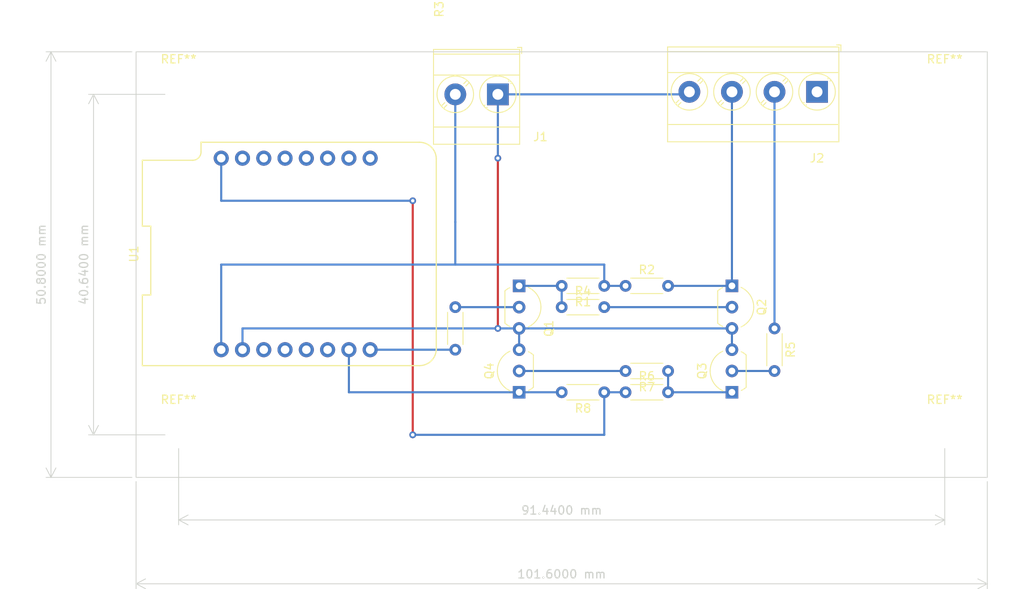
<source format=kicad_pcb>
(kicad_pcb (version 20221018) (generator pcbnew)
  (layers (0 "F.Cu" signal) (31 "B.Cu" signal) (34 "B.Paste" user) (35 "F.Paste" user) (36 "B.SilkS" user "B.Silkscreen") (37 "F.SilkS" user "F.Silkscreen") (38 "B.Mask" user) (39 "F.Mask" user) (44 "Edge.Cuts" user))
  (net 0 "")
  (net 1 "+5V")
  (net 2 "GND")
  (net 4 "Net-(Q1-C)")
  (net 5 "Net-(Q1-B)")
  (net 6 "TX_CONN")
  (net 7 "Net-(Q2-B)")
  (net 8 "Net-(Q3-C)")
  (net 9 "Net-(Q3-B)")
  (net 10 "RX")
  (net 11 "Net-(Q4-B)")
  (net 12 "TX")
  (net 13 "RX_CONN")
  (net 14 "+3V3")
  (footprint "Resistor_THT:R_Axial_DIN0204_L3.6mm_D1.6mm_P5.08mm_Horizontal" (layer "F.Cu") (at 256.54 78.74 -90)
    (fp_text reference "R5" (at 2.54 -1.92 90) (layer "F.SilkS"))
    (fp_text value "10k")
    (fp_line (start 0.62 -0.92) (end 4.46 -0.92) (stroke (width 0.12)) (layer "F.SilkS"))
    (fp_line (start 0.62 0.92) (end 4.46 0.92) (stroke (width 0.12)) (layer "F.SilkS"))
    (pad "1" thru_hole circle (at 0 0 270) (size 1.4 1.4) (drill 0.7) (layers "*.Cu" "*.Mask") (net 13 "RX_CONN"))
    (pad "2" thru_hole oval (at 5.08 0 270) (size 1.4 1.4) (drill 0.7) (layers "*.Cu" "*.Mask") (net 9 "Net-(Q3-B)"))
  )
  (footprint "MountingHole:MountingHole_3.2mm_M3" (layer "F.Cu") (at 185.42 91.44)
    (fp_text reference "REF**" (at 0 -4.2) (layer "F.SilkS"))
    (fp_text value "MountingHole_3.2mm_M3")
    (pad "" np_thru_hole circle (at 0 0) (size 3.2 3.2) (drill 3.2) (layers "*.Cu" "*.Mask"))
  )
  (footprint "Package_TO_SOT_THT:TO-92L_Inline_Wide" (layer "F.Cu") (at 251.46 86.36 90)
    (fp_text reference "Q3" (at 2.54 -3.56 90) (layer "F.SilkS"))
    (fp_text value "BC547")
    (fp_line (start 0.6 1.7) (end 4.45 1.7) (stroke (width 0.12)) (layer "F.SilkS"))
    (fp_arc (start 0.1836 -1.098807) (mid 1.143021 -2.192817) (end 2.54 -2.6) (stroke (width 0.12)) (layer "F.SilkS"))
    (fp_arc (start 0.6 1.7) (mid 0.389183 1.423933) (end 0.217369 1.122045) (stroke (width 0.12)) (layer "F.SilkS"))
    (fp_arc (start 2.54 -2.6) (mid 3.936979 -2.192818) (end 4.8964 -1.098807) (stroke (width 0.12)) (layer "F.SilkS"))
    (fp_arc (start 4.842383 1.112264) (mid 4.666594 1.419753) (end 4.45 1.7) (stroke (width 0.12)) (layer "F.SilkS"))
    (pad "1" thru_hole rect (at 0 0 90) (size 1.5 1.5) (drill 0.8) (layers "*.Cu" "*.Mask") (net 8 "Net-(Q3-C)"))
    (pad "2" thru_hole circle (at 2.54 0 90) (size 1.5 1.5) (drill 0.8) (layers "*.Cu" "*.Mask") (net 9 "Net-(Q3-B)"))
    (pad "3" thru_hole circle (at 5.08 0 90) (size 1.5 1.5) (drill 0.8) (layers "*.Cu" "*.Mask") (net 2 "GND"))
  )
  (footprint "Package_TO_SOT_THT:TO-92L_Inline_Wide" (layer "F.Cu") (at 251.46 73.66 -90)
    (fp_text reference "Q2" (at 2.54 -3.56 90) (layer "F.SilkS"))
    (fp_text value "BC547")
    (fp_line (start 0.6 1.7) (end 4.45 1.7) (stroke (width 0.12)) (layer "F.SilkS"))
    (fp_arc (start 0.1836 -1.098807) (mid 1.143021 -2.192817) (end 2.54 -2.6) (stroke (width 0.12)) (layer "F.SilkS"))
    (fp_arc (start 0.6 1.7) (mid 0.389183 1.423933) (end 0.217369 1.122045) (stroke (width 0.12)) (layer "F.SilkS"))
    (fp_arc (start 2.54 -2.6) (mid 3.936979 -2.192818) (end 4.8964 -1.098807) (stroke (width 0.12)) (layer "F.SilkS"))
    (fp_arc (start 4.842383 1.112264) (mid 4.666594 1.419753) (end 4.45 1.7) (stroke (width 0.12)) (layer "F.SilkS"))
    (pad "1" thru_hole rect (at 0 0 270) (size 1.5 1.5) (drill 0.8) (layers "*.Cu" "*.Mask") (net 6 "TX_CONN"))
    (pad "2" thru_hole circle (at 2.54 0 270) (size 1.5 1.5) (drill 0.8) (layers "*.Cu" "*.Mask") (net 7 "Net-(Q2-B)"))
    (pad "3" thru_hole circle (at 5.08 0 270) (size 1.5 1.5) (drill 0.8) (layers "*.Cu" "*.Mask") (net 2 "GND"))
  )
  (footprint "Resistor_THT:R_Axial_DIN0204_L3.6mm_D1.6mm_P5.08mm_Horizontal" (layer "F.Cu") (at 238.76 73.66)
    (fp_text reference "R2" (at 2.54 -1.92) (layer "F.SilkS"))
    (fp_text value "10k")
    (fp_line (start 0.62 -0.92) (end 4.46 -0.92) (stroke (width 0.12)) (layer "F.SilkS"))
    (fp_line (start 0.62 0.92) (end 4.46 0.92) (stroke (width 0.12)) (layer "F.SilkS"))
    (pad "1" thru_hole circle (at 0 0) (size 1.4 1.4) (drill 0.7) (layers "*.Cu" "*.Mask") (net 1 "+5V"))
    (pad "2" thru_hole oval (at 5.08 0) (size 1.4 1.4) (drill 0.7) (layers "*.Cu" "*.Mask") (net 6 "TX_CONN"))
  )
  (footprint "MountingHole:MountingHole_3.2mm_M3" (layer "F.Cu") (at 276.86 91.44)
    (fp_text reference "REF**" (at 0 -4.2) (layer "F.SilkS"))
    (fp_text value "MountingHole_3.2mm_M3")
    (pad "" np_thru_hole circle (at 0 0) (size 3.2 3.2) (drill 3.2) (layers "F&B.Cu" "*.Mask"))
  )
  (footprint "Resistor_THT:R_Axial_DIN0204_L3.6mm_D1.6mm_P5.08mm_Horizontal" (layer "F.Cu") (at 236.22 86.36 180)
    (fp_text reference "R8" (at 2.54 -1.92) (layer "F.SilkS"))
    (fp_text value "10k")
    (fp_line (start 0.62 -0.92) (end 4.46 -0.92) (stroke (width 0.12)) (layer "F.SilkS"))
    (fp_line (start 0.62 0.92) (end 4.46 0.92) (stroke (width 0.12)) (layer "F.SilkS"))
    (pad "1" thru_hole circle (at 0 0 180) (size 1.4 1.4) (drill 0.7) (layers "*.Cu" "*.Mask") (net 14 "+3V3"))
    (pad "2" thru_hole oval (at 5.08 0 180) (size 1.4 1.4) (drill 0.7) (layers "*.Cu" "*.Mask") (net 10 "RX"))
  )
  (footprint "Resistor_THT:R_Axial_DIN0204_L3.6mm_D1.6mm_P5.08mm_Horizontal" (layer "F.Cu") (at 231.14 76.2)
    (fp_text reference "R4" (at 2.54 -1.92) (layer "F.SilkS"))
    (fp_text value "10k")
    (fp_line (start 0.62 -0.92) (end 4.46 -0.92) (stroke (width 0.12)) (layer "F.SilkS"))
    (fp_line (start 0.62 0.92) (end 4.46 0.92) (stroke (width 0.12)) (layer "F.SilkS"))
    (pad "1" thru_hole circle (at 0 0) (size 1.4 1.4) (drill 0.7) (layers "*.Cu" "*.Mask") (net 4 "Net-(Q1-C)"))
    (pad "2" thru_hole oval (at 5.08 0) (size 1.4 1.4) (drill 0.7) (layers "*.Cu" "*.Mask") (net 7 "Net-(Q2-B)"))
  )
  (footprint "Resistor_THT:R_Axial_DIN0204_L3.6mm_D1.6mm_P5.08mm_Horizontal" (layer "F.Cu") (at 236.22 73.66 180)
    (fp_text reference "R1" (at 2.54 -1.92) (layer "F.SilkS"))
    (fp_text value "10k")
    (fp_line (start 0.62 -0.92) (end 4.46 -0.92) (stroke (width 0.12)) (layer "F.SilkS"))
    (fp_line (start 0.62 0.92) (end 4.46 0.92) (stroke (width 0.12)) (layer "F.SilkS"))
    (pad "1" thru_hole circle (at 0 0 180) (size 1.4 1.4) (drill 0.7) (layers "*.Cu" "*.Mask") (net 1 "+5V"))
    (pad "2" thru_hole oval (at 5.08 0 180) (size 1.4 1.4) (drill 0.7) (layers "*.Cu" "*.Mask") (net 4 "Net-(Q1-C)"))
  )
  (footprint "MountingHole:MountingHole_3.2mm_M3" (layer "F.Cu") (at 185.42 50.8)
    (fp_text reference "REF**" (at 0 -4.2) (layer "F.SilkS"))
    (fp_text value "MountingHole_3.2mm_M3")
    (pad "" np_thru_hole circle (at 0 0) (size 3.2 3.2) (drill 3.2) (layers "F&B.Cu" "*.Mask"))
  )
  (footprint "wemos d1:wemos-d1-mini-with-pin-header-and-connector" (layer "F.Cu") (at 199.39 69.85)
    (fp_text reference "U1" (at -19.3 0 90) (layer "F.SilkS"))
    (fp_text value "WeMos_D1_mini")
    (fp_line (start -18.3 -11.18) (end -18.3 -3.32) (stroke (width 0.15)) (layer "F.SilkS"))
    (fp_line (start -18.3 -11.18) (end -12.3 -11.18) (stroke (width 0.15)) (layer "F.SilkS"))
    (fp_line (start -18.3 -3.32) (end -17.3 -3.32) (stroke (width 0.15)) (layer "F.SilkS"))
    (fp_line (start -18.3 4.9) (end -18.3 13.329999) (stroke (width 0.15)) (layer "F.SilkS"))
    (fp_line (start -18.3 13.33) (end 14.78 13.33) (stroke (width 0.15)) (layer "F.SilkS"))
    (fp_line (start -17.3 -3.32) (end -17.3 4.9) (stroke (width 0.15)) (layer "F.SilkS"))
    (fp_line (start -17.3 4.9) (end -18.3 4.9) (stroke (width 0.15)) (layer "F.SilkS"))
    (fp_line (start -11.3 -13.33) (end -11.3 -13.33) (stroke (width 0.15)) (layer "F.SilkS"))
    (fp_line (start -11.3 -12.17) (end -11.3 -13.33) (stroke (width 0.15)) (layer "F.SilkS"))
    (fp_line (start 14.78 -13.33) (end -11.3 -13.33) (stroke (width 0.15)) (layer "F.SilkS"))
    (fp_line (start 16.78 11.33) (end 16.78 -11.33) (stroke (width 0.15)) (layer "F.SilkS"))
    (fp_arc (start -11.3 -12.18) (mid -11.592893 -11.472893) (end -12.3 -11.18) (stroke (width 0.15)) (layer "F.SilkS"))
    (fp_arc (start 14.78 -13.33) (mid 16.194214 -12.744214) (end 16.78 -11.33) (stroke (width 0.15)) (layer "F.SilkS"))
    (fp_arc (start 16.78 11.33) (mid 16.194214 12.744214) (end 14.78 13.33) (stroke (width 0.15)) (layer "F.SilkS"))
    (pad "1" thru_hole circle (at 8.89 -11.43) (size 1.8 1.8) (drill 1.016) (layers "*.Cu" "*.Mask"))
    (pad "2" thru_hole circle (at 6.35 -11.43) (size 1.8 1.8) (drill 1.016) (layers "*.Cu" "*.Mask"))
    (pad "3" thru_hole circle (at 3.81 -11.43) (size 1.8 1.8) (drill 1.016) (layers "*.Cu" "*.Mask"))
    (pad "4" thru_hole circle (at 1.27 -11.43) (size 1.8 1.8) (drill 1.016) (layers "*.Cu" "*.Mask"))
    (pad "5" thru_hole circle (at -1.27 -11.43) (size 1.8 1.8) (drill 1.016) (layers "*.Cu" "*.Mask"))
    (pad "6" thru_hole circle (at -3.81 -11.43 90) (size 1.8 1.8) (drill 1.016) (layers "*.Cu" "*.Mask"))
    (pad "7" thru_hole circle (at -6.35 -11.43) (size 1.8 1.8) (drill 1.016) (layers "*.Cu" "*.Mask"))
    (pad "8" thru_hole circle (at -8.89 -11.43) (size 1.8 1.8) (drill 1.016) (layers "*.Cu" "*.Mask") (net 14 "+3V3"))
    (pad "9" thru_hole circle (at -8.89 11.43) (size 1.8 1.8) (drill 1.016) (layers "*.Cu" "*.Mask") (net 1 "+5V"))
    (pad "10" thru_hole circle (at -6.35 11.43) (size 1.8 1.8) (drill 1.016) (layers "*.Cu" "*.Mask") (net 2 "GND"))
    (pad "11" thru_hole circle (at -3.81 11.43) (size 1.8 1.8) (drill 1.016) (layers "*.Cu" "*.Mask"))
    (pad "12" thru_hole circle (at -1.27 11.43) (size 1.8 1.8) (drill 1.016) (layers "*.Cu" "*.Mask"))
    (pad "13" thru_hole circle (at 1.27 11.43) (size 1.8 1.8) (drill 1.016) (layers "*.Cu" "*.Mask"))
    (pad "14" thru_hole circle (at 3.81 11.43) (size 1.8 1.8) (drill 1.016) (layers "*.Cu" "*.Mask"))
    (pad "15" thru_hole circle (at 6.35 11.43) (size 1.8 1.8) (drill 1.016) (layers "*.Cu" "*.Mask") (net 10 "RX"))
    (pad "16" thru_hole circle (at 8.89 11.43) (size 1.8 1.8) (drill 1.016) (layers "*.Cu" "*.Mask") (net 12 "TX"))
  )
  (footprint "MountingHole:MountingHole_3.2mm_M3" (layer "F.Cu") (at 276.86 50.8)
    (fp_text reference "REF**" (at 0 -4.2) (layer "F.SilkS"))
    (fp_text value "MountingHole_3.2mm_M3")
    (pad "" np_thru_hole circle (at 0 0) (size 3.2 3.2) (drill 3.2) (layers "F&B.Cu" "*.Mask"))
  )
  (footprint "Resistor_THT:R_Axial_DIN0204_L3.6mm_D1.6mm_P5.08mm_Horizontal" (layer "F.Cu") (at 243.84 83.82 180)
    (fp_text reference "R7" (at 2.54 -1.92 180) (layer "F.SilkS"))
    (fp_text value "10k")
    (fp_line (start 0.62 -0.92) (end 4.46 -0.92) (stroke (width 0.12)) (layer "F.SilkS"))
    (fp_line (start 0.62 0.92) (end 4.46 0.92) (stroke (width 0.12)) (layer "F.SilkS"))
    (pad "1" thru_hole circle (at 0 0 180) (size 1.4 1.4) (drill 0.7) (layers "*.Cu" "*.Mask") (net 8 "Net-(Q3-C)"))
    (pad "2" thru_hole oval (at 5.08 0 180) (size 1.4 1.4) (drill 0.7) (layers "*.Cu" "*.Mask") (net 11 "Net-(Q4-B)"))
  )
  (footprint "Resistor_THT:R_Axial_DIN0204_L3.6mm_D1.6mm_P5.08mm_Horizontal" (layer "F.Cu") (at 218.44 81.28 90)
    (fp_text reference "R3" (at 40.64 -1.92 90) (layer "F.SilkS"))
    (fp_text value "10k")
    (fp_line (start 0.62 -0.92) (end 4.46 -0.92) (stroke (width 0.12)) (layer "F.SilkS"))
    (fp_line (start 0.62 0.92) (end 4.46 0.92) (stroke (width 0.12)) (layer "F.SilkS"))
    (pad "1" thru_hole circle (at 0 0 90) (size 1.4 1.4) (drill 0.7) (layers "*.Cu" "*.Mask") (net 12 "TX"))
    (pad "2" thru_hole oval (at 5.08 0 90) (size 1.4 1.4) (drill 0.7) (layers "*.Cu" "*.Mask") (net 5 "Net-(Q1-B)"))
  )
  (footprint "Package_TO_SOT_THT:TO-92L_Inline_Wide" (layer "F.Cu") (at 226.06 86.36 90)
    (fp_text reference "Q4" (at 2.54 -3.56 90) (layer "F.SilkS"))
    (fp_text value "BC547")
    (fp_line (start 0.6 1.7) (end 4.45 1.7) (stroke (width 0.12)) (layer "F.SilkS"))
    (fp_arc (start 0.1836 -1.098807) (mid 1.143021 -2.192817) (end 2.54 -2.6) (stroke (width 0.12)) (layer "F.SilkS"))
    (fp_arc (start 0.6 1.7) (mid 0.389183 1.423933) (end 0.217369 1.122045) (stroke (width 0.12)) (layer "F.SilkS"))
    (fp_arc (start 2.54 -2.6) (mid 3.936979 -2.192818) (end 4.8964 -1.098807) (stroke (width 0.12)) (layer "F.SilkS"))
    (fp_arc (start 4.842383 1.112264) (mid 4.666594 1.419753) (end 4.45 1.7) (stroke (width 0.12)) (layer "F.SilkS"))
    (pad "1" thru_hole rect (at 0 0 90) (size 1.5 1.5) (drill 0.8) (layers "*.Cu" "*.Mask") (net 10 "RX"))
    (pad "2" thru_hole circle (at 2.54 0 90) (size 1.5 1.5) (drill 0.8) (layers "*.Cu" "*.Mask") (net 11 "Net-(Q4-B)"))
    (pad "3" thru_hole circle (at 5.08 0 90) (size 1.5 1.5) (drill 0.8) (layers "*.Cu" "*.Mask") (net 2 "GND"))
  )
  (footprint "TerminalBlock_Phoenix:TerminalBlock_Phoenix_MKDS-3-2-5.08_1x02_P5.08mm_Horizontal" (layer "F.Cu") (at 223.52 50.8 180)
    (fp_text reference "J1" (at -5.08 -5.08) (layer "F.SilkS"))
    (fp_text value "CONN_POWER")
    (fp_line (start -2.84 4.86) (end -2.84 5.6) (stroke (width 0.12)) (layer "F.SilkS"))
    (fp_line (start -2.84 5.6) (end -2.34 5.6) (stroke (width 0.12)) (layer "F.SilkS"))
    (fp_line (start -2.6 -5.96) (end -2.6 5.36) (stroke (width 0.12)) (layer "F.SilkS"))
    (fp_line (start -2.6 -5.96) (end 7.68 -5.96) (stroke (width 0.12)) (layer "F.SilkS"))
    (fp_line (start -2.6 -3.9) (end 7.68 -3.9) (stroke (width 0.12)) (layer "F.SilkS"))
    (fp_line (start -2.6 2.3) (end 7.68 2.3) (stroke (width 0.12)) (layer "F.SilkS"))
    (fp_line (start -2.6 4.8) (end 7.68 4.8) (stroke (width 0.12)) (layer "F.SilkS"))
    (fp_line (start -2.6 5.36) (end 7.68 5.36) (stroke (width 0.12)) (layer "F.SilkS"))
    (fp_line (start -1.548 1.281) (end -1.654 1.388) (stroke (width 0.12)) (layer "F.SilkS"))
    (fp_line (start -1.282 1.547) (end -1.388 1.654) (stroke (width 0.12)) (layer "F.SilkS"))
    (fp_line (start 1.388 -1.654) (end 1.281 -1.547) (stroke (width 0.12)) (layer "F.SilkS"))
    (fp_line (start 1.654 -1.388) (end 1.547 -1.281) (stroke (width 0.12)) (layer "F.SilkS"))
    (fp_line (start 3.822 0.992) (end 3.427 1.388) (stroke (width 0.12)) (layer "F.SilkS"))
    (fp_line (start 4.073 1.274) (end 3.693 1.654) (stroke (width 0.12)) (layer "F.SilkS"))
    (fp_line (start 6.468 -1.654) (end 6.088 -1.274) (stroke (width 0.12)) (layer "F.SilkS"))
    (fp_line (start 6.734 -1.388) (end 6.339 -0.992) (stroke (width 0.12)) (layer "F.SilkS"))
    (fp_line (start 7.68 -5.96) (end 7.68 5.36) (stroke (width 0.12)) (layer "F.SilkS"))
    (fp_circle (center 0 0) (end 2.18 0) (stroke (width 0.12)) (fill none) (layer "F.SilkS"))
    (fp_circle (center 5.08 0) (end 7.26 0) (stroke (width 0.12)) (fill none) (layer "F.SilkS"))
    (pad "1" thru_hole rect (at 0 0 180) (size 2.6 2.6) (drill 1.3) (layers "*.Cu" "*.Mask") (net 2 "GND"))
    (pad "2" thru_hole circle (at 5.08 0 180) (size 2.6 2.6) (drill 1.3) (layers "*.Cu" "*.Mask") (net 1 "+5V"))
  )
  (footprint "TerminalBlock_Phoenix:TerminalBlock_Phoenix_MKDS-3-4-5.08_1x04_P5.08mm_Horizontal" (layer "F.Cu") (at 261.62 50.5 180)
    (fp_text reference "J2" (at 0 -7.92) (layer "F.SilkS"))
    (fp_text value "CONN_UART")
    (fp_line (start -2.84 4.86) (end -2.84 5.6) (stroke (width 0.12)) (layer "F.SilkS"))
    (fp_line (start -2.84 5.6) (end -2.34 5.6) (stroke (width 0.12)) (layer "F.SilkS"))
    (fp_line (start -2.6 -5.96) (end -2.6 5.36) (stroke (width 0.12)) (layer "F.SilkS"))
    (fp_line (start -2.6 -5.96) (end 17.84 -5.96) (stroke (width 0.12)) (layer "F.SilkS"))
    (fp_line (start -2.6 -3.9) (end 17.84 -3.9) (stroke (width 0.12)) (layer "F.SilkS"))
    (fp_line (start -2.6 2.3) (end 17.84 2.3) (stroke (width 0.12)) (layer "F.SilkS"))
    (fp_line (start -2.6 4.8) (end 17.84 4.8) (stroke (width 0.12)) (layer "F.SilkS"))
    (fp_line (start -2.6 5.36) (end 17.84 5.36) (stroke (width 0.12)) (layer "F.SilkS"))
    (fp_line (start -1.548 1.281) (end -1.654 1.388) (stroke (width 0.12)) (layer "F.SilkS"))
    (fp_line (start -1.282 1.547) (end -1.388 1.654) (stroke (width 0.12)) (layer "F.SilkS"))
    (fp_line (start 1.388 -1.654) (end 1.281 -1.547) (stroke (width 0.12)) (layer "F.SilkS"))
    (fp_line (start 1.654 -1.388) (end 1.547 -1.281) (stroke (width 0.12)) (layer "F.SilkS"))
    (fp_line (start 3.822 0.992) (end 3.427 1.388) (stroke (width 0.12)) (layer "F.SilkS"))
    (fp_line (start 4.073 1.274) (end 3.693 1.654) (stroke (width 0.12)) (layer "F.SilkS"))
    (fp_line (start 6.468 -1.654) (end 6.088 -1.274) (stroke (width 0.12)) (layer "F.SilkS"))
    (fp_line (start 6.734 -1.388) (end 6.339 -0.992) (stroke (width 0.12)) (layer "F.SilkS"))
    (fp_line (start 8.902 0.992) (end 8.507 1.388) (stroke (width 0.12)) (layer "F.SilkS"))
    (fp_line (start 9.153 1.274) (end 8.773 1.654) (stroke (width 0.12)) (layer "F.SilkS"))
    (fp_line (start 11.548 -1.654) (end 11.168 -1.274) (stroke (width 0.12)) (layer "F.SilkS"))
    (fp_line (start 11.814 -1.388) (end 11.419 -0.992) (stroke (width 0.12)) (layer "F.SilkS"))
    (fp_line (start 13.982 0.992) (end 13.587 1.388) (stroke (width 0.12)) (layer "F.SilkS"))
    (fp_line (start 14.233 1.274) (end 13.853 1.654) (stroke (width 0.12)) (layer "F.SilkS"))
    (fp_line (start 16.628 -1.654) (end 16.248 -1.274) (stroke (width 0.12)) (layer "F.SilkS"))
    (fp_line (start 16.894 -1.388) (end 16.499 -0.992) (stroke (width 0.12)) (layer "F.SilkS"))
    (fp_line (start 17.84 -5.96) (end 17.84 5.36) (stroke (width 0.12)) (layer "F.SilkS"))
    (fp_circle (center 0 0) (end 2.18 0) (stroke (width 0.12)) (fill none) (layer "F.SilkS"))
    (fp_circle (center 5.08 0) (end 7.26 0) (stroke (width 0.12)) (fill none) (layer "F.SilkS"))
    (fp_circle (center 10.16 0) (end 12.34 0) (stroke (width 0.12)) (fill none) (layer "F.SilkS"))
    (fp_circle (center 15.24 0) (end 17.42 0) (stroke (width 0.12)) (fill none) (layer "F.SilkS"))
    (pad "1" thru_hole rect (at 0 0 180) (size 2.6 2.6) (drill 1.3) (layers "*.Cu" "*.Mask"))
    (pad "2" thru_hole circle (at 5.08 0 180) (size 2.6 2.6) (drill 1.3) (layers "*.Cu" "*.Mask") (net 13 "RX_CONN"))
    (pad "3" thru_hole circle (at 10.16 0 180) (size 2.6 2.6) (drill 1.3) (layers "*.Cu" "*.Mask") (net 6 "TX_CONN"))
    (pad "4" thru_hole circle (at 15.24 0 180) (size 2.6 2.6) (drill 1.3) (layers "*.Cu" "*.Mask") (net 2 "GND"))
  )
  (footprint "Resistor_THT:R_Axial_DIN0204_L3.6mm_D1.6mm_P5.08mm_Horizontal" (layer "F.Cu") (at 238.76 86.36)
    (fp_text reference "R6" (at 2.54 -1.92) (layer "F.SilkS"))
    (fp_text value "10k")
    (fp_line (start 0.62 -0.92) (end 4.46 -0.92) (stroke (width 0.12)) (layer "F.SilkS"))
    (fp_line (start 0.62 0.92) (end 4.46 0.92) (stroke (width 0.12)) (layer "F.SilkS"))
    (pad "1" thru_hole circle (at 0 0) (size 1.4 1.4) (drill 0.7) (layers "*.Cu" "*.Mask") (net 14 "+3V3"))
    (pad "2" thru_hole oval (at 5.08 0) (size 1.4 1.4) (drill 0.7) (layers "*.Cu" "*.Mask") (net 8 "Net-(Q3-C)"))
  )
  (footprint "Package_TO_SOT_THT:TO-92L_Inline_Wide" (layer "F.Cu") (at 226.06 73.66 -90)
    (fp_text reference "Q1" (at 5.08 -3.56 90) (layer "F.SilkS"))
    (fp_text value "BC547")
    (fp_line (start 0.6 1.7) (end 4.45 1.7) (stroke (width 0.12)) (layer "F.SilkS"))
    (fp_arc (start 0.1836 -1.098807) (mid 1.143021 -2.192817) (end 2.54 -2.6) (stroke (width 0.12)) (layer "F.SilkS"))
    (fp_arc (start 0.6 1.7) (mid 0.389183 1.423933) (end 0.217369 1.122045) (stroke (width 0.12)) (layer "F.SilkS"))
    (fp_arc (start 2.54 -2.6) (mid 3.936979 -2.192818) (end 4.8964 -1.098807) (stroke (width 0.12)) (layer "F.SilkS"))
    (fp_arc (start 4.842383 1.112264) (mid 4.666594 1.419753) (end 4.45 1.7) (stroke (width 0.12)) (layer "F.SilkS"))
    (pad "1" thru_hole rect (at 0 0 270) (size 1.5 1.5) (drill 0.8) (layers "*.Cu" "*.Mask") (net 4 "Net-(Q1-C)"))
    (pad "2" thru_hole circle (at 2.54 0 270) (size 1.5 1.5) (drill 0.8) (layers "*.Cu" "*.Mask") (net 5 "Net-(Q1-B)"))
    (pad "3" thru_hole circle (at 5.08 0 270) (size 1.5 1.5) (drill 0.8) (layers "*.Cu" "*.Mask") (net 2 "GND"))
  )
  (gr_rect (start 180.34 45.72) (end 281.94 96.52) (stroke (width 0.1)) (fill none) (layer "Edge.Cuts"))
  (dimension (type aligned) (layer "Edge.Cuts") (pts (xy 180.34 45.72) (xy 180.34 96.52)) (height 10.16) (gr_text "50.8000 mm" (at 169.03 71.12 90) (layer "Edge.Cuts") (effects (font (size 1 1) (thickness 0.15)))) (format (prefix "") (suffix "") (units 3) (units_format 1) (precision 4)) (style (thickness 0.1) (arrow_length 1.27) (text_position_mode 0) (extension_height 0.58642) (extension_offset 0.5) keep_text_aligned))
  (dimension (type aligned) (layer "Edge.Cuts") (pts (xy 276.86 91.44) (xy 185.42 91.44)) (height -10.16) (gr_text "91.4400 mm" (at 231.14 100.45) (layer "Edge.Cuts") (effects (font (size 1 1) (thickness 0.15)))) (format (prefix "") (suffix "") (units 3) (units_format 1) (precision 4)) (style (thickness 0.1) (arrow_length 1.27) (text_position_mode 0) (extension_height 0.58642) (extension_offset 0.5) keep_text_aligned))
  (dimension (type aligned) (layer "Edge.Cuts") (pts (xy 185.42 50.8) (xy 185.42 91.44)) (height 10.16) (gr_text "40.6400 mm" (at 174.11 71.12 90) (layer "Edge.Cuts") (effects (font (size 1 1) (thickness 0.15)))) (format (prefix "") (suffix "") (units 3) (units_format 1) (precision 4)) (style (thickness 0.1) (arrow_length 1.27) (text_position_mode 0) (extension_height 0.58642) (extension_offset 0.5) keep_text_aligned))
  (dimension (type aligned) (layer "Edge.Cuts") (pts (xy 180.34 96.52) (xy 281.94 96.52)) (height 12.7) (gr_text "101.6000 mm" (at 231.14 108.07) (layer "Edge.Cuts") (effects (font (size 1 1) (thickness 0.15)))) (format (prefix "") (suffix "") (units 3) (units_format 1) (precision 4)) (style (thickness 0.1) (arrow_length 1.27) (text_position_mode 0) (extension_height 0.58642) (extension_offset 0.5) keep_text_aligned))
  (segment (start 190.5 81.28) (end 190.5 71.12) (width 0.25) (layer "B.Cu") (net 1))
  (segment (start 218.44 66.04) (end 218.44 50.8) (width 0.25) (layer "B.Cu") (net 1))
  (segment (start 218.44 66.04) (end 218.44 71.12) (width 0.25) (layer "B.Cu") (net 1))
  (segment (start 190.5 71.12) (end 236.22 71.12) (width 0.25) (layer "B.Cu") (net 1))
  (segment (start 236.22 73.66) (end 236.22 71.12) (width 0.25) (layer "B.Cu") (net 1))
  (segment (start 236.22 73.66) (end 238.76 73.66) (width 0.25) (layer "B.Cu") (net 1))
  (segment (start 223.52 58.42) (end 223.52 78.74) (width 0.25) (layer "F.Cu") (net 2))
  (via (at 223.52 78.74) (size 0.8) (drill 0.4) (layers "F.Cu" "B.Cu") (net 2))
  (via (at 223.52 58.42) (size 0.8) (drill 0.4) (layers "F.Cu" "B.Cu") (net 2))
  (segment (start 223.52 78.74) (end 226.06 78.74) (width 0.25) (layer "B.Cu") (net 2))
  (segment (start 193.04 81.28) (end 193.04 78.74) (width 0.25) (layer "B.Cu") (net 2))
  (segment (start 223.52 50.8) (end 223.52 58.42) (width 0.25) (layer "B.Cu") (net 2))
  (segment (start 246.38 50.8) (end 223.52 50.8) (width 0.25) (layer "B.Cu") (net 2))
  (segment (start 226.06 78.74) (end 226.06 81.28) (width 0.25) (layer "B.Cu") (net 2))
  (segment (start 193.04 78.74) (end 223.52 78.74) (width 0.25) (layer "B.Cu") (net 2))
  (segment (start 226.06 78.74) (end 251.46 78.74) (width 0.25) (layer "B.Cu") (net 2))
  (segment (start 251.46 78.74) (end 251.46 81.28) (width 0.25) (layer "B.Cu") (net 2))
  (segment (start 231.14 73.66) (end 226.06 73.66) (width 0.25) (layer "B.Cu") (net 4))
  (segment (start 231.14 73.66) (end 231.14 76.2) (width 0.25) (layer "B.Cu") (net 4))
  (segment (start 218.44 76.2) (end 226.06 76.2) (width 0.25) (layer "B.Cu") (net 5))
  (segment (start 251.46 50.8) (end 251.46 73.66) (width 0.25) (layer "B.Cu") (net 6))
  (segment (start 243.84 73.66) (end 251.46 73.66) (width 0.25) (layer "B.Cu") (net 6))
  (segment (start 236.22 76.2) (end 251.46 76.2) (width 0.25) (layer "B.Cu") (net 7))
  (segment (start 243.84 86.36) (end 251.46 86.36) (width 0.25) (layer "B.Cu") (net 8))
  (segment (start 243.84 83.82) (end 243.84 86.36) (width 0.25) (layer "B.Cu") (net 8))
  (segment (start 256.54 83.82) (end 251.46 83.82) (width 0.25) (layer "B.Cu") (net 9))
  (segment (start 231.14 86.36) (end 226.06 86.36) (width 0.25) (layer "B.Cu") (net 10))
  (segment (start 205.74 86.36) (end 205.74 81.28) (width 0.25) (layer "B.Cu") (net 10))
  (segment (start 226.06 86.36) (end 205.74 86.36) (width 0.25) (layer "B.Cu") (net 10))
  (segment (start 238.76 83.82) (end 226.06 83.82) (width 0.25) (layer "B.Cu") (net 11))
  (segment (start 218.44 81.28) (end 208.28 81.28) (width 0.25) (layer "B.Cu") (net 12))
  (segment (start 256.54 78.74) (end 256.54 50.8) (width 0.25) (layer "B.Cu") (net 13))
  (segment (start 213.36 63.5) (end 213.36 91.44) (width 0.25) (layer "F.Cu") (net 14))
  (via (at 213.36 63.5) (size 0.8) (drill 0.4) (layers "F.Cu" "B.Cu") (net 14))
  (via (at 213.36 91.44) (size 0.8) (drill 0.4) (layers "F.Cu" "B.Cu") (net 14))
  (via (at 213.36 91.44) (size 0.8) (drill 0.4) (layers "F.Cu" "B.Cu") (net 14))
  (segment (start 190.5 58.42) (end 190.5 63.5) (width 0.25) (layer "B.Cu") (net 14))
  (segment (start 213.36 91.44) (end 236.22 91.44) (width 0.25) (layer "B.Cu") (net 14))
  (segment (start 190.5 63.5) (end 213.36 63.5) (width 0.25) (layer "B.Cu") (net 14))
  (segment (start 236.22 91.44) (end 236.22 86.36) (width 0.25) (layer "B.Cu") (net 14))
  (segment (start 236.22 86.36) (end 238.76 86.36) (width 0.25) (layer "B.Cu") (net 14))
)
</source>
